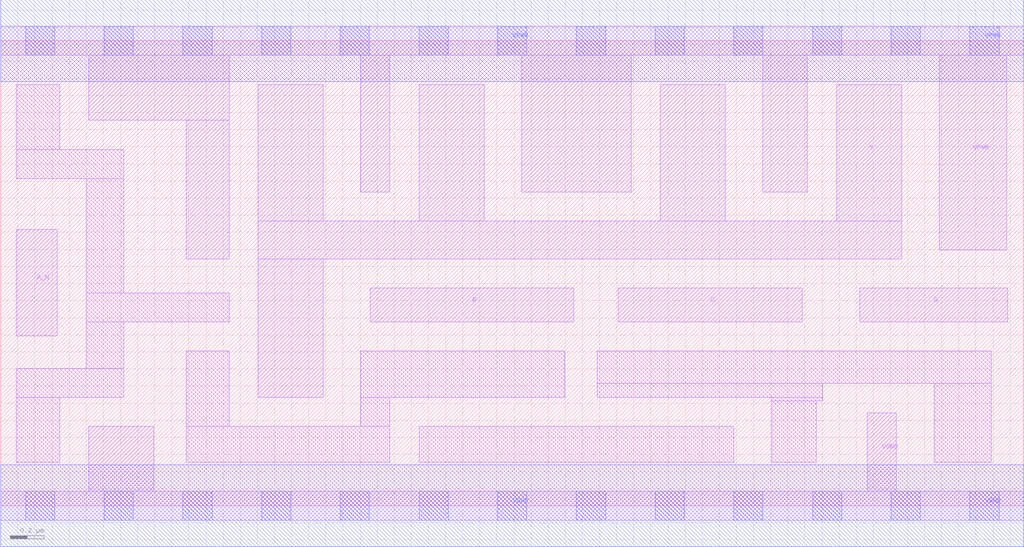
<source format=lef>
# Copyright 2020 The SkyWater PDK Authors
#
# Licensed under the Apache License, Version 2.0 (the "License");
# you may not use this file except in compliance with the License.
# You may obtain a copy of the License at
#
#     https://www.apache.org/licenses/LICENSE-2.0
#
# Unless required by applicable law or agreed to in writing, software
# distributed under the License is distributed on an "AS IS" BASIS,
# WITHOUT WARRANTIES OR CONDITIONS OF ANY KIND, either express or implied.
# See the License for the specific language governing permissions and
# limitations under the License.
#
# SPDX-License-Identifier: Apache-2.0

VERSION 5.7 ;
  NAMESCASESENSITIVE ON ;
  NOWIREEXTENSIONATPIN ON ;
  DIVIDERCHAR "/" ;
  BUSBITCHARS "[]" ;
UNITS
  DATABASE MICRONS 200 ;
END UNITS
PROPERTYDEFINITIONS
  MACRO maskLayoutSubType STRING ;
  MACRO prCellType STRING ;
  MACRO originalViewName STRING ;
END PROPERTYDEFINITIONS
MACRO sky130_fd_sc_hdll__nand4b_2
  CLASS CORE ;
  FOREIGN sky130_fd_sc_hdll__nand4b_2 ;
  ORIGIN  0.000000  0.000000 ;
  SIZE  5.980000 BY  2.720000 ;
  SYMMETRY X Y R90 ;
  SITE unithd ;
  PIN A_N
    ANTENNAGATEAREA  0.138600 ;
    DIRECTION INPUT ;
    USE SIGNAL ;
    PORT
      LAYER li1 ;
        RECT 0.090000 0.995000 0.330000 1.615000 ;
    END
  END A_N
  PIN B
    ANTENNAGATEAREA  0.555000 ;
    DIRECTION INPUT ;
    USE SIGNAL ;
    PORT
      LAYER li1 ;
        RECT 2.160000 1.075000 3.350000 1.275000 ;
    END
  END B
  PIN C
    ANTENNAGATEAREA  0.555000 ;
    DIRECTION INPUT ;
    USE SIGNAL ;
    PORT
      LAYER li1 ;
        RECT 3.610000 1.075000 4.685000 1.275000 ;
    END
  END C
  PIN D
    ANTENNAGATEAREA  0.555000 ;
    DIRECTION INPUT ;
    USE SIGNAL ;
    PORT
      LAYER li1 ;
        RECT 5.020000 1.075000 5.885000 1.275000 ;
    END
  END D
  PIN Y
    ANTENNADIFFAREA  1.368000 ;
    DIRECTION OUTPUT ;
    USE SIGNAL ;
    PORT
      LAYER li1 ;
        RECT 1.505000 0.635000 1.885000 1.445000 ;
        RECT 1.505000 1.445000 5.265000 1.665000 ;
        RECT 1.505000 1.665000 1.885000 2.465000 ;
        RECT 2.445000 1.665000 2.825000 2.465000 ;
        RECT 3.855000 1.665000 4.235000 2.465000 ;
        RECT 4.885000 1.665000 5.265000 2.465000 ;
    END
  END Y
  PIN VGND
    DIRECTION INOUT ;
    USE GROUND ;
    PORT
      LAYER li1 ;
        RECT 0.000000 -0.085000 5.980000 0.085000 ;
        RECT 0.515000  0.085000 0.895000 0.465000 ;
        RECT 5.065000  0.085000 5.235000 0.545000 ;
      LAYER mcon ;
        RECT 0.145000 -0.085000 0.315000 0.085000 ;
        RECT 0.605000 -0.085000 0.775000 0.085000 ;
        RECT 1.065000 -0.085000 1.235000 0.085000 ;
        RECT 1.525000 -0.085000 1.695000 0.085000 ;
        RECT 1.985000 -0.085000 2.155000 0.085000 ;
        RECT 2.445000 -0.085000 2.615000 0.085000 ;
        RECT 2.905000 -0.085000 3.075000 0.085000 ;
        RECT 3.365000 -0.085000 3.535000 0.085000 ;
        RECT 3.825000 -0.085000 3.995000 0.085000 ;
        RECT 4.285000 -0.085000 4.455000 0.085000 ;
        RECT 4.745000 -0.085000 4.915000 0.085000 ;
        RECT 5.205000 -0.085000 5.375000 0.085000 ;
        RECT 5.665000 -0.085000 5.835000 0.085000 ;
      LAYER met1 ;
        RECT 0.000000 -0.240000 5.980000 0.240000 ;
    END
  END VGND
  PIN VPWR
    DIRECTION INOUT ;
    USE POWER ;
    PORT
      LAYER li1 ;
        RECT 0.000000 2.635000 5.980000 2.805000 ;
        RECT 0.515000 2.255000 1.335000 2.635000 ;
        RECT 1.085000 1.445000 1.335000 2.255000 ;
        RECT 2.105000 1.835000 2.275000 2.635000 ;
        RECT 3.045000 1.835000 3.685000 2.635000 ;
        RECT 4.455000 1.835000 4.715000 2.635000 ;
        RECT 5.485000 1.495000 5.880000 2.635000 ;
      LAYER mcon ;
        RECT 0.145000 2.635000 0.315000 2.805000 ;
        RECT 0.605000 2.635000 0.775000 2.805000 ;
        RECT 1.065000 2.635000 1.235000 2.805000 ;
        RECT 1.525000 2.635000 1.695000 2.805000 ;
        RECT 1.985000 2.635000 2.155000 2.805000 ;
        RECT 2.445000 2.635000 2.615000 2.805000 ;
        RECT 2.905000 2.635000 3.075000 2.805000 ;
        RECT 3.365000 2.635000 3.535000 2.805000 ;
        RECT 3.825000 2.635000 3.995000 2.805000 ;
        RECT 4.285000 2.635000 4.455000 2.805000 ;
        RECT 4.745000 2.635000 4.915000 2.805000 ;
        RECT 5.205000 2.635000 5.375000 2.805000 ;
        RECT 5.665000 2.635000 5.835000 2.805000 ;
      LAYER met1 ;
        RECT 0.000000 2.480000 5.980000 2.960000 ;
    END
  END VPWR
  OBS
    LAYER li1 ;
      RECT 0.090000 0.255000 0.345000 0.635000 ;
      RECT 0.090000 0.635000 0.720000 0.805000 ;
      RECT 0.090000 1.915000 0.720000 2.085000 ;
      RECT 0.090000 2.085000 0.345000 2.465000 ;
      RECT 0.500000 0.805000 0.720000 1.075000 ;
      RECT 0.500000 1.075000 1.335000 1.245000 ;
      RECT 0.500000 1.245000 0.720000 1.915000 ;
      RECT 1.085000 0.255000 2.275000 0.465000 ;
      RECT 1.085000 0.465000 1.335000 0.905000 ;
      RECT 2.105000 0.465000 2.275000 0.635000 ;
      RECT 2.105000 0.635000 3.295000 0.905000 ;
      RECT 2.445000 0.255000 4.285000 0.465000 ;
      RECT 3.485000 0.635000 4.805000 0.715000 ;
      RECT 3.485000 0.715000 5.790000 0.905000 ;
      RECT 4.505000 0.255000 4.765000 0.615000 ;
      RECT 4.505000 0.615000 4.805000 0.635000 ;
      RECT 5.455000 0.255000 5.790000 0.715000 ;
  END
  PROPERTY maskLayoutSubType "abstract" ;
  PROPERTY prCellType "standard" ;
  PROPERTY originalViewName "layout" ;
END sky130_fd_sc_hdll__nand4b_2

</source>
